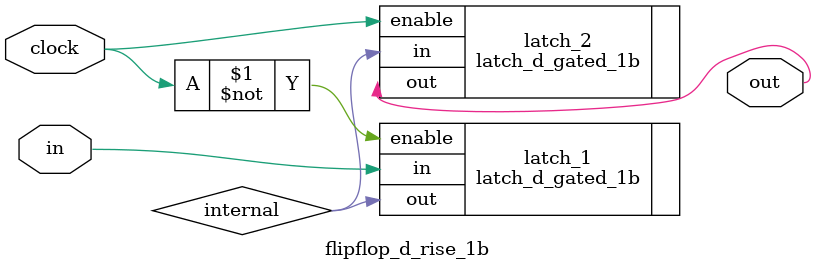
<source format=v>
`include "../latch/d_gated_1b.v"

module flipflop_d_rise_1b (in, out, clock);

  input in;
  input clock;

  reg internal;

  output reg out;

  latch_d_gated_1b latch_1(.in(in),  .out(internal), .enable(~clock));
  latch_d_gated_1b latch_2(.in(internal), .out(out), .enable(clock));
  
endmodule
</source>
